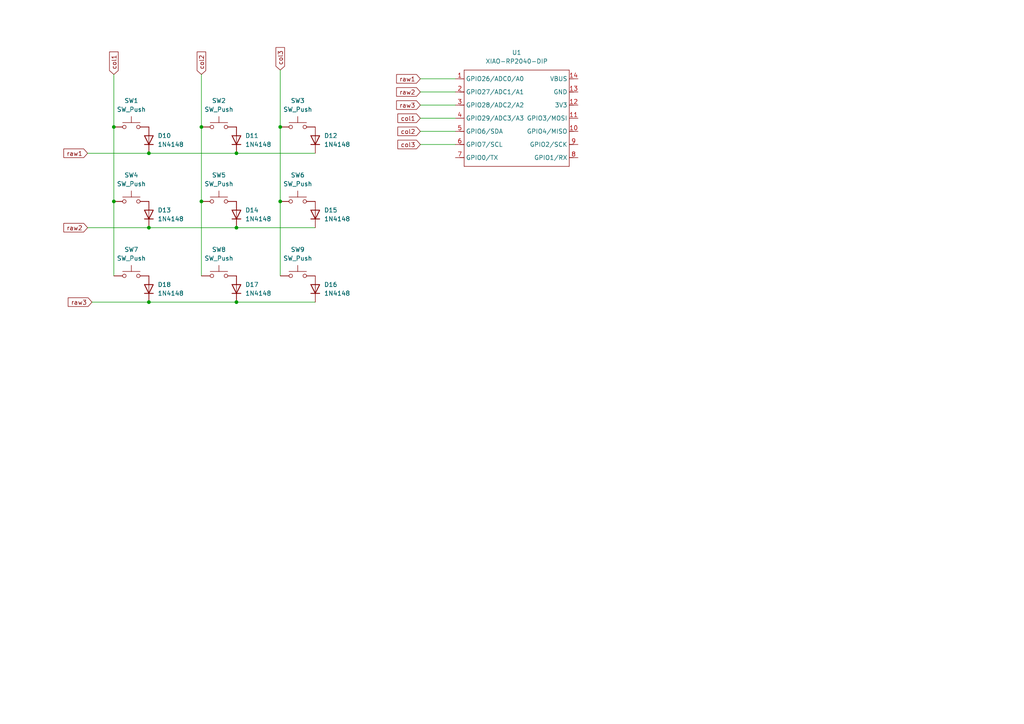
<source format=kicad_sch>
(kicad_sch (version 20250114) (generator "eeschema") (generator_version "9.0")
  (paper "A4")
  (lib_symbols
    (symbol "Diode:1N4148" (pin_numbers (hide yes)) (pin_names (hide yes))
      (property "Reference" "D" (at 0 2.54 0))
      (property "Value" "1N4148" (at 0 -2.54 0))
      (symbol "1N4148_0_1"
        (polyline (pts (xy -1.27 1.27) (xy -1.27 -1.27)) (stroke (width 0.254)))
        (polyline (pts (xy 1.27 1.27) (xy 1.27 -1.27) (xy -1.27 0) (xy 1.27 1.27)) (stroke (width 0.254)))
        (polyline (pts (xy 1.27 0) (xy -1.27 0)))
      )
      (symbol "1N4148_1_1"
        (pin passive line (at -3.81 0 0) (length 2.54) (name "K") (number "1"))
        (pin passive line (at 3.81 0 180) (length 2.54) (name "A") (number "2"))
      )
    )
    (symbol "Switch:SW_Push" (pin_numbers (hide yes)) (pin_names (offset 1.016) (hide yes))
      (property "Reference" "SW" (at 1.27 2.54 0))
      (property "Value" "SW_Push" (at 0 -1.524 0))
      (symbol "SW_Push_0_1"
        (circle (center -2.032 0) (radius 0.508))
        (polyline (pts (xy 0 1.27) (xy 0 3.048)))
        (circle (center 2.032 0) (radius 0.508))
        (polyline (pts (xy 2.54 1.27) (xy -2.54 1.27)))
        (pin passive line (at -5.08 0 0) (length 2.54) (name "1") (number "1"))
        (pin passive line (at 5.08 0 180) (length 2.54) (name "2") (number "2"))
      )
    )
    (symbol "opl:XIAO-RP2040-DIP"
      (property "Reference" "U" (at 0 0 0))
      (property "Value" "XIAO-RP2040-DIP" (at 5.334 -1.778 0))
      (symbol "XIAO-RP2040-DIP_1_0"
        (polyline (pts (xy -1.27 -2.54) (xy 29.21 -2.54)) (stroke (width 0.1524)))
        (polyline (pts (xy -1.27 -5.08) (xy -2.54 -5.08)) (stroke (width 0.1524)))
        (polyline (pts (xy -1.27 -5.08) (xy -1.27 -2.54)) (stroke (width 0.1524)))
        (polyline (pts (xy -1.27 -8.89) (xy -2.54 -8.89)) (stroke (width 0.1524)))
        (polyline (pts (xy -1.27 -8.89) (xy -1.27 -5.08)) (stroke (width 0.1524)))
        (polyline (pts (xy -1.27 -12.7) (xy -2.54 -12.7)) (stroke (width 0.1524)))
        (polyline (pts (xy -1.27 -12.7) (xy -1.27 -8.89)) (stroke (width 0.1524)))
        (polyline (pts (xy -1.27 -16.51) (xy -2.54 -16.51)) (stroke (width 0.1524)))
        (polyline (pts (xy -1.27 -16.51) (xy -1.27 -12.7)) (stroke (width 0.1524)))
        (polyline (pts (xy -1.27 -20.32) (xy -2.54 -20.32)) (stroke (width 0.1524)))
        (polyline (pts (xy -1.27 -24.13) (xy -2.54 -24.13)) (stroke (width 0.1524)))
        (polyline (pts (xy -1.27 -27.94) (xy -2.54 -27.94)) (stroke (width 0.1524)))
        (polyline (pts (xy -1.27 -30.48) (xy -1.27 -16.51)) (stroke (width 0.1524)))
        (polyline (pts (xy 29.21 -2.54) (xy 29.21 -5.08)) (stroke (width 0.1524)))
        (polyline (pts (xy 29.21 -5.08) (xy 29.21 -8.89)) (stroke (width 0.1524)))
        (polyline (pts (xy 29.21 -8.89) (xy 29.21 -12.7)) (stroke (width 0.1524)))
        (polyline (pts (xy 29.21 -12.7) (xy 29.21 -30.48)) (stroke (width 0.1524)))
        (polyline (pts (xy 29.21 -30.48) (xy -1.27 -30.48)) (stroke (width 0.1524)))
        (polyline (pts (xy 30.48 -5.08) (xy 29.21 -5.08)) (stroke (width 0.1524)))
        (polyline (pts (xy 30.48 -8.89) (xy 29.21 -8.89)) (stroke (width 0.1524)))
        (polyline (pts (xy 30.48 -12.7) (xy 29.21 -12.7)) (stroke (width 0.1524)))
        (polyline (pts (xy 30.48 -16.51) (xy 29.21 -16.51)) (stroke (width 0.1524)))
        (polyline (pts (xy 30.48 -20.32) (xy 29.21 -20.32)) (stroke (width 0.1524)))
        (polyline (pts (xy 30.48 -24.13) (xy 29.21 -24.13)) (stroke (width 0.1524)))
        (polyline (pts (xy 30.48 -27.94) (xy 29.21 -27.94)) (stroke (width 0.1524)))
        (pin passive line (at -3.81 -5.08 0) (length 2.54) (name "GPIO26/ADC0/A0") (number "1"))
        (pin passive line (at -3.81 -8.89 0) (length 2.54) (name "GPIO27/ADC1/A1") (number "2"))
        (pin passive line (at -3.81 -12.7 0) (length 2.54) (name "GPIO28/ADC2/A2") (number "3"))
        (pin passive line (at -3.81 -16.51 0) (length 2.54) (name "GPIO29/ADC3/A3") (number "4"))
        (pin passive line (at -3.81 -20.32 0) (length 2.54) (name "GPIO6/SDA") (number "5"))
        (pin passive line (at -3.81 -24.13 0) (length 2.54) (name "GPIO7/SCL") (number "6"))
        (pin passive line (at -3.81 -27.94 0) (length 2.54) (name "GPIO0/TX") (number "7"))
        (pin passive line (at 31.75 -5.08 180) (length 2.54) (name "VBUS") (number "14"))
        (pin passive line (at 31.75 -8.89 180) (length 2.54) (name "GND") (number "13"))
        (pin passive line (at 31.75 -12.7 180) (length 2.54) (name "3V3") (number "12"))
        (pin passive line (at 31.75 -16.51 180) (length 2.54) (name "GPIO3/MOSI") (number "11"))
        (pin passive line (at 31.75 -20.32 180) (length 2.54) (name "GPIO4/MISO") (number "10"))
        (pin passive line (at 31.75 -24.13 180) (length 2.54) (name "GPIO2/SCK") (number "9"))
        (pin passive line (at 31.75 -27.94 180) (length 2.54) (name "GPIO1/RX") (number "8"))
      )
    )
  )
  (junction (at 43.18 87.63))
  (junction (at 68.58 44.45))
  (junction (at 81.28 58.42))
  (junction (at 43.18 66.04))
  (junction (at 58.42 58.42))
  (junction (at 68.58 66.04))
  (junction (at 33.02 36.83))
  (junction (at 58.42 36.83))
  (junction (at 68.58 87.63))
  (junction (at 33.02 58.42))
  (junction (at 43.18 44.45))
  (junction (at 81.28 36.83))
  (wire (pts (xy 68.58 87.63) (xy 91.44 87.63)))
  (wire (pts (xy 81.28 58.42) (xy 81.28 80.01)))
  (wire (pts (xy 43.18 87.63) (xy 68.58 87.63)))
  (wire (pts (xy 26.67 87.63) (xy 43.18 87.63)))
  (wire (pts (xy 43.18 44.45) (xy 25.4 44.45)))
  (wire (pts (xy 43.18 66.04) (xy 68.58 66.04)))
  (wire (pts (xy 91.44 44.45) (xy 68.58 44.45)))
  (wire (pts (xy 68.58 66.04) (xy 91.44 66.04)))
  (wire (pts (xy 33.02 58.42) (xy 33.02 80.01)))
  (wire (pts (xy 81.28 36.83) (xy 81.28 58.42)))
  (wire (pts (xy 121.92 22.86) (xy 132.08 22.86)))
  (wire (pts (xy 33.02 36.83) (xy 33.02 58.42)))
  (wire (pts (xy 33.02 21.59) (xy 33.02 36.83)))
  (wire (pts (xy 121.92 38.1) (xy 132.08 38.1)))
  (wire (pts (xy 68.58 44.45) (xy 43.18 44.45)))
  (wire (pts (xy 58.42 36.83) (xy 58.42 58.42)))
  (wire (pts (xy 58.42 58.42) (xy 58.42 80.01)))
  (wire (pts (xy 121.92 26.67) (xy 132.08 26.67)))
  (wire (pts (xy 25.4 66.04) (xy 43.18 66.04)))
  (wire (pts (xy 121.92 41.91) (xy 132.08 41.91)))
  (wire (pts (xy 121.92 34.29) (xy 132.08 34.29)))
  (wire (pts (xy 58.42 21.59) (xy 58.42 36.83)))
  (wire (pts (xy 81.28 20.32) (xy 81.28 36.83)))
  (wire (pts (xy 121.92 30.48) (xy 132.08 30.48)))
  (global_label "col1" (shape input) (at 121.92 34.29 180) (property "Intersheetrefs" "${INTERSHEET_REFS}" (effects (hide yes))))
  (global_label "col3" (shape input) (at 81.28 20.32 90) (property "Intersheetrefs" "${INTERSHEET_REFS}" (effects (hide yes))))
  (global_label "raw1" (shape input) (at 121.92 22.86 180) (property "Intersheetrefs" "${INTERSHEET_REFS}" (effects (hide yes))))
  (global_label "col2" (shape input) (at 58.42 21.59 90) (property "Intersheetrefs" "${INTERSHEET_REFS}" (effects (hide yes))))
  (global_label "col2" (shape input) (at 121.92 38.1 180) (property "Intersheetrefs" "${INTERSHEET_REFS}" (effects (hide yes))))
  (global_label "raw1" (shape input) (at 25.4 44.45 180) (property "Intersheetrefs" "${INTERSHEET_REFS}" (effects (hide yes))))
  (global_label "col3" (shape input) (at 121.92 41.91 180) (property "Intersheetrefs" "${INTERSHEET_REFS}" (effects (hide yes))))
  (global_label "raw3" (shape input) (at 26.67 87.63 180) (property "Intersheetrefs" "${INTERSHEET_REFS}" (effects (hide yes))))
  (global_label "raw2" (shape input) (at 25.4 66.04 180) (property "Intersheetrefs" "${INTERSHEET_REFS}" (effects (hide yes))))
  (global_label "col1" (shape input) (at 33.02 21.59 90) (property "Intersheetrefs" "${INTERSHEET_REFS}" (effects (hide yes))))
  (global_label "raw3" (shape input) (at 121.92 30.48 180) (property "Intersheetrefs" "${INTERSHEET_REFS}" (effects (hide yes))))
  (global_label "raw2" (shape input) (at 121.92 26.67 180) (property "Intersheetrefs" "${INTERSHEET_REFS}" (effects (hide yes))))
  (symbol (lib_id "Diode:1N4148") (at 43.18 83.82 90) (unit 1)
    (property "Reference" "D18" (at 45.72 82.5499 90) (effects (justify right)))
    (property "Value" "1N4148" (at 45.72 85.0899 90) (effects (justify right)))
    (property "Footprint" "Diode_THT:D_DO-35_SOD27_P7.62mm_Horizontal" (effects (hide yes)))
    (property "Datasheet" "https://assets.nexperia.com/documents/data-sheet/1N4148_1N4448.pdf" (effects (hide yes)))
    (property "Description" "100V 0.15A standard switching diode, DO-35" (effects (hide yes)))
    (property "Sim.Device" "D" (effects (hide yes)))
    (property "Sim.Pins" "1=K 2=A" (effects (hide yes)))
  )
  (symbol (lib_id "Switch:SW_Push") (at 38.1 36.83 0) (unit 1)
    (property "Reference" "SW1" (at 38.1 29.21 0))
    (property "Value" "SW_Push" (at 38.1 31.75 0))
    (property "Footprint" "Button_Switch_Keyboard:SW_Cherry_MX_1.00u_PCB" (effects (hide yes)))
    (property "Description" "Push button switch, generic, two pins" (effects (hide yes)))
  )
  (symbol (lib_id "Diode:1N4148") (at 91.44 62.23 90) (unit 1)
    (property "Reference" "D15" (at 93.98 60.9599 90) (effects (justify right)))
    (property "Value" "1N4148" (at 93.98 63.4999 90) (effects (justify right)))
    (property "Footprint" "Diode_THT:D_DO-35_SOD27_P7.62mm_Horizontal" (effects (hide yes)))
    (property "Datasheet" "https://assets.nexperia.com/documents/data-sheet/1N4148_1N4448.pdf" (effects (hide yes)))
    (property "Description" "100V 0.15A standard switching diode, DO-35" (effects (hide yes)))
    (property "Sim.Device" "D" (effects (hide yes)))
    (property "Sim.Pins" "1=K 2=A" (effects (hide yes)))
  )
  (symbol (lib_id "Switch:SW_Push") (at 63.5 58.42 0) (unit 1)
    (property "Reference" "SW5" (at 63.5 50.8 0))
    (property "Value" "SW_Push" (at 63.5 53.34 0))
    (property "Footprint" "Button_Switch_Keyboard:SW_Cherry_MX_1.00u_PCB" (effects (hide yes)))
    (property "Description" "Push button switch, generic, two pins" (effects (hide yes)))
  )
  (symbol (lib_id "Diode:1N4148") (at 68.58 40.64 90) (unit 1)
    (property "Reference" "D11" (at 71.12 39.3699 90) (effects (justify right)))
    (property "Value" "1N4148" (at 71.12 41.9099 90) (effects (justify right)))
    (property "Footprint" "Diode_THT:D_DO-35_SOD27_P7.62mm_Horizontal" (effects (hide yes)))
    (property "Datasheet" "https://assets.nexperia.com/documents/data-sheet/1N4148_1N4448.pdf" (effects (hide yes)))
    (property "Description" "100V 0.15A standard switching diode, DO-35" (effects (hide yes)))
    (property "Sim.Device" "D" (effects (hide yes)))
    (property "Sim.Pins" "1=K 2=A" (effects (hide yes)))
  )
  (symbol (lib_id "Diode:1N4148") (at 68.58 83.82 90) (unit 1)
    (property "Reference" "D17" (at 71.12 82.5499 90) (effects (justify right)))
    (property "Value" "1N4148" (at 71.12 85.0899 90) (effects (justify right)))
    (property "Footprint" "Diode_THT:D_DO-35_SOD27_P7.62mm_Horizontal" (effects (hide yes)))
    (property "Datasheet" "https://assets.nexperia.com/documents/data-sheet/1N4148_1N4448.pdf" (effects (hide yes)))
    (property "Description" "100V 0.15A standard switching diode, DO-35" (effects (hide yes)))
    (property "Sim.Device" "D" (effects (hide yes)))
    (property "Sim.Pins" "1=K 2=A" (effects (hide yes)))
  )
  (symbol (lib_id "Diode:1N4148") (at 43.18 40.64 90) (unit 1)
    (property "Reference" "D10" (at 45.72 39.3699 90) (effects (justify right)))
    (property "Value" "1N4148" (at 45.72 41.9099 90) (effects (justify right)))
    (property "Footprint" "Diode_THT:D_DO-35_SOD27_P7.62mm_Horizontal" (effects (hide yes)))
    (property "Datasheet" "https://assets.nexperia.com/documents/data-sheet/1N4148_1N4448.pdf" (effects (hide yes)))
    (property "Description" "100V 0.15A standard switching diode, DO-35" (effects (hide yes)))
    (property "Sim.Device" "D" (effects (hide yes)))
    (property "Sim.Pins" "1=K 2=A" (effects (hide yes)))
  )
  (symbol (lib_id "Switch:SW_Push") (at 86.36 58.42 0) (unit 1)
    (property "Reference" "SW6" (at 86.36 50.8 0))
    (property "Value" "SW_Push" (at 86.36 53.34 0))
    (property "Footprint" "Button_Switch_Keyboard:SW_Cherry_MX_1.00u_PCB" (effects (hide yes)))
    (property "Description" "Push button switch, generic, two pins" (effects (hide yes)))
  )
  (symbol (lib_id "Diode:1N4148") (at 91.44 40.64 90) (unit 1)
    (property "Reference" "D12" (at 93.98 39.3699 90) (effects (justify right)))
    (property "Value" "1N4148" (at 93.98 41.9099 90) (effects (justify right)))
    (property "Footprint" "Diode_THT:D_DO-35_SOD27_P7.62mm_Horizontal" (effects (hide yes)))
    (property "Datasheet" "https://assets.nexperia.com/documents/data-sheet/1N4148_1N4448.pdf" (effects (hide yes)))
    (property "Description" "100V 0.15A standard switching diode, DO-35" (effects (hide yes)))
    (property "Sim.Device" "D" (effects (hide yes)))
    (property "Sim.Pins" "1=K 2=A" (effects (hide yes)))
  )
  (symbol (lib_id "Switch:SW_Push") (at 38.1 58.42 0) (unit 1)
    (property "Reference" "SW4" (at 38.1 50.8 0))
    (property "Value" "SW_Push" (at 38.1 53.34 0))
    (property "Footprint" "Button_Switch_Keyboard:SW_Cherry_MX_1.00u_PCB" (effects (hide yes)))
    (property "Description" "Push button switch, generic, two pins" (effects (hide yes)))
  )
  (symbol (lib_id "Switch:SW_Push") (at 38.1 80.01 0) (unit 1)
    (property "Reference" "SW7" (at 38.1 72.39 0))
    (property "Value" "SW_Push" (at 38.1 74.93 0))
    (property "Footprint" "Button_Switch_Keyboard:SW_Cherry_MX_1.00u_PCB" (effects (hide yes)))
    (property "Description" "Push button switch, generic, two pins" (effects (hide yes)))
  )
  (symbol (lib_id "opl:XIAO-RP2040-DIP") (at 135.89 17.78 0) (unit 1)
    (property "Reference" "U1" (at 149.86 15.24 0))
    (property "Value" "XIAO-RP2040-DIP" (at 149.86 17.78 0))
    (property "Footprint" "opl:XIAO-RP2040-DIP" (effects (hide yes)))
  )
  (symbol (lib_id "Diode:1N4148") (at 68.58 62.23 90) (unit 1)
    (property "Reference" "D14" (at 71.12 60.9599 90) (effects (justify right)))
    (property "Value" "1N4148" (at 71.12 63.4999 90) (effects (justify right)))
    (property "Footprint" "Diode_THT:D_DO-35_SOD27_P7.62mm_Horizontal" (effects (hide yes)))
    (property "Datasheet" "https://assets.nexperia.com/documents/data-sheet/1N4148_1N4448.pdf" (effects (hide yes)))
    (property "Description" "100V 0.15A standard switching diode, DO-35" (effects (hide yes)))
    (property "Sim.Device" "D" (effects (hide yes)))
    (property "Sim.Pins" "1=K 2=A" (effects (hide yes)))
  )
  (symbol (lib_id "Diode:1N4148") (at 43.18 62.23 90) (unit 1)
    (property "Reference" "D13" (at 45.72 60.9599 90) (effects (justify right)))
    (property "Value" "1N4148" (at 45.72 63.4999 90) (effects (justify right)))
    (property "Footprint" "Diode_THT:D_DO-35_SOD27_P7.62mm_Horizontal" (effects (hide yes)))
    (property "Datasheet" "https://assets.nexperia.com/documents/data-sheet/1N4148_1N4448.pdf" (effects (hide yes)))
    (property "Description" "100V 0.15A standard switching diode, DO-35" (effects (hide yes)))
    (property "Sim.Device" "D" (effects (hide yes)))
    (property "Sim.Pins" "1=K 2=A" (effects (hide yes)))
  )
  (symbol (lib_id "Switch:SW_Push") (at 63.5 80.01 0) (unit 1)
    (property "Reference" "SW8" (at 63.5 72.39 0))
    (property "Value" "SW_Push" (at 63.5 74.93 0))
    (property "Footprint" "Button_Switch_Keyboard:SW_Cherry_MX_1.00u_PCB" (effects (hide yes)))
    (property "Description" "Push button switch, generic, two pins" (effects (hide yes)))
  )
  (symbol (lib_id "Diode:1N4148") (at 91.44 83.82 90) (unit 1)
    (property "Reference" "D16" (at 93.98 82.5499 90) (effects (justify right)))
    (property "Value" "1N4148" (at 93.98 85.0899 90) (effects (justify right)))
    (property "Footprint" "Diode_THT:D_DO-35_SOD27_P7.62mm_Horizontal" (effects (hide yes)))
    (property "Datasheet" "https://assets.nexperia.com/documents/data-sheet/1N4148_1N4448.pdf" (effects (hide yes)))
    (property "Description" "100V 0.15A standard switching diode, DO-35" (effects (hide yes)))
    (property "Sim.Device" "D" (effects (hide yes)))
    (property "Sim.Pins" "1=K 2=A" (effects (hide yes)))
  )
  (symbol (lib_id "Switch:SW_Push") (at 86.36 80.01 0) (unit 1)
    (property "Reference" "SW9" (at 86.36 72.39 0))
    (property "Value" "SW_Push" (at 86.36 74.93 0))
    (property "Footprint" "Button_Switch_Keyboard:SW_Cherry_MX_1.00u_PCB" (effects (hide yes)))
    (property "Description" "Push button switch, generic, two pins" (effects (hide yes)))
  )
  (symbol (lib_id "Switch:SW_Push") (at 63.5 36.83 0) (unit 1)
    (property "Reference" "SW2" (at 63.5 29.21 0))
    (property "Value" "SW_Push" (at 63.5 31.75 0))
    (property "Footprint" "Button_Switch_Keyboard:SW_Cherry_MX_1.00u_PCB" (effects (hide yes)))
    (property "Description" "Push button switch, generic, two pins" (effects (hide yes)))
  )
  (symbol (lib_id "Switch:SW_Push") (at 86.36 36.83 0) (unit 1)
    (property "Reference" "SW3" (at 86.36 29.21 0))
    (property "Value" "SW_Push" (at 86.36 31.75 0))
    (property "Footprint" "Button_Switch_Keyboard:SW_Cherry_MX_1.00u_PCB" (effects (hide yes)))
    (property "Description" "Push button switch, generic, two pins" (effects (hide yes)))
  )
)
</source>
